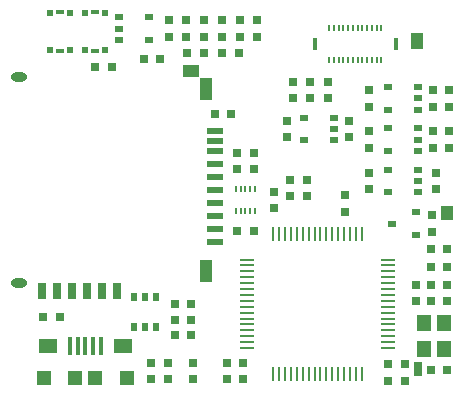
<source format=gtp>
G04 (created by PCBNEW (2013-jul-07)-stable) date su 14. joulukuuta 2014 12.55.15*
%MOIN*%
G04 Gerber Fmt 3.4, Leading zero omitted, Abs format*
%FSLAX34Y34*%
G01*
G70*
G90*
G04 APERTURE LIST*
%ADD10C,0.000787402*%
%ADD11R,0.0306126X0.0268126*%
%ADD12R,0.0268126X0.0306126*%
%ADD13R,0.0149606X0.0622047*%
%ADD14R,0.0464567X0.0464567*%
%ADD15R,0.0622047X0.0464567*%
%ADD16R,0.0292126X0.0192126*%
%ADD17R,0.0209126X0.0228126*%
%ADD18R,0.0268126X0.0149126*%
%ADD19R,0.0504126X0.0110126*%
%ADD20R,0.0110126X0.0504126*%
%ADD21R,0.00807087X0.0228346*%
%ADD22R,0.0192126X0.0292126*%
%ADD23R,0.0464126X0.0543126*%
%ADD24R,0.0583126X0.0189126*%
%ADD25R,0.0583126X0.0228126*%
%ADD26R,0.0307126X0.0583126*%
%ADD27O,0.0543307X0.0307087*%
%ADD28R,0.0385827X0.0779528*%
%ADD29R,0.0582677X0.0385827*%
%ADD30R,0.0425197X0.0503937*%
%ADD31R,0.00984252X0.0204724*%
%ADD32R,0.015748X0.0440945*%
%ADD33R,0.0267717X0.0503937*%
%ADD34R,0.0188976X0.0110236*%
%ADD35R,0.00708661X0.0346457*%
%ADD36R,0.00708661X0.00708661*%
%ADD37R,0.0440945X0.057874*%
G04 APERTURE END LIST*
G54D10*
G54D11*
X81929Y-36102D03*
X81929Y-35550D03*
X80905Y-41259D03*
X80905Y-41811D03*
X86299Y-41850D03*
X86299Y-41298D03*
X84291Y-36220D03*
X84291Y-35668D03*
G54D12*
X87164Y-38661D03*
X87716Y-38661D03*
G54D11*
X85748Y-41850D03*
X85748Y-41298D03*
G54D12*
X81260Y-34803D03*
X80708Y-34803D03*
G54D11*
X87322Y-34920D03*
X87322Y-35472D03*
X87244Y-33542D03*
X87244Y-34094D03*
X87244Y-32164D03*
X87244Y-32716D03*
G54D12*
X80708Y-36850D03*
X81260Y-36850D03*
G54D11*
X85118Y-35472D03*
X85118Y-34920D03*
X85118Y-34094D03*
X85118Y-33542D03*
X85118Y-32716D03*
X85118Y-32164D03*
X79251Y-41811D03*
X79251Y-41259D03*
X80354Y-41259D03*
X80354Y-41811D03*
X82480Y-35709D03*
X82480Y-35157D03*
G54D12*
X87716Y-41496D03*
X87164Y-41496D03*
G54D11*
X78425Y-29842D03*
X78425Y-30394D03*
G54D12*
X87164Y-39212D03*
X87716Y-39212D03*
X76524Y-31385D03*
X75972Y-31385D03*
X74803Y-39724D03*
X74251Y-39724D03*
X79960Y-32952D03*
X80512Y-32952D03*
G54D11*
X79606Y-29842D03*
X79606Y-30394D03*
X80196Y-29842D03*
X80196Y-30394D03*
X80787Y-30394D03*
X80787Y-29842D03*
G54D12*
X77834Y-41811D03*
X78386Y-41811D03*
G54D13*
X76161Y-40688D03*
X75905Y-40688D03*
X75649Y-40688D03*
X75393Y-40688D03*
X75137Y-40688D03*
G54D14*
X75314Y-41751D03*
X75984Y-41751D03*
G54D15*
X74389Y-40688D03*
X76909Y-40688D03*
G54D14*
X74271Y-41751D03*
X77027Y-41751D03*
G54D16*
X85866Y-36614D03*
X86653Y-36988D03*
X86653Y-36240D03*
G54D11*
X87755Y-34094D03*
X87755Y-33542D03*
X87755Y-32716D03*
X87755Y-32164D03*
X87204Y-36890D03*
X87204Y-36338D03*
X86653Y-38661D03*
X86653Y-39213D03*
G54D12*
X78621Y-39311D03*
X79173Y-39311D03*
X78621Y-39822D03*
X79173Y-39822D03*
X79173Y-40334D03*
X78621Y-40334D03*
X79587Y-30944D03*
X79035Y-30944D03*
X80216Y-30944D03*
X80768Y-30944D03*
G54D11*
X81377Y-30394D03*
X81377Y-29842D03*
G54D12*
X80708Y-34251D03*
X81260Y-34251D03*
G54D11*
X83740Y-32441D03*
X83740Y-31889D03*
G54D12*
X78150Y-31141D03*
X77598Y-31141D03*
X87164Y-38070D03*
X87716Y-38070D03*
X87716Y-37480D03*
X87164Y-37480D03*
X77834Y-41259D03*
X78386Y-41259D03*
G54D11*
X79015Y-29842D03*
X79015Y-30394D03*
X82559Y-31889D03*
X82559Y-32441D03*
X83149Y-32441D03*
X83149Y-31889D03*
G54D17*
X74459Y-30836D03*
X75138Y-30836D03*
X74459Y-29596D03*
X75138Y-29596D03*
G54D18*
X74803Y-30875D03*
X74803Y-29557D03*
G54D19*
X85728Y-40177D03*
X85728Y-39980D03*
X85728Y-39783D03*
X85728Y-39586D03*
X85728Y-39389D03*
X85728Y-40767D03*
X85728Y-40571D03*
X85728Y-40374D03*
G54D20*
X84861Y-36948D03*
X84665Y-36948D03*
X84468Y-36948D03*
X84271Y-36948D03*
X84074Y-36948D03*
X83877Y-36948D03*
X83680Y-36948D03*
X83483Y-36948D03*
G54D19*
X81043Y-37815D03*
X81043Y-38011D03*
X81043Y-38208D03*
X81043Y-38405D03*
X81043Y-38602D03*
X81043Y-38799D03*
X81043Y-38996D03*
X81043Y-39193D03*
G54D20*
X81909Y-41634D03*
X82105Y-41634D03*
X82302Y-41634D03*
X82499Y-41634D03*
X82696Y-41634D03*
X82893Y-41634D03*
X83090Y-41634D03*
X83287Y-41634D03*
G54D19*
X85728Y-39193D03*
X85728Y-38996D03*
X85728Y-38799D03*
G54D20*
X83287Y-36948D03*
X83090Y-36948D03*
X82893Y-36948D03*
G54D19*
X81043Y-39389D03*
X81043Y-39586D03*
X81043Y-39783D03*
G54D20*
X83483Y-41634D03*
X83680Y-41634D03*
X83877Y-41634D03*
G54D19*
X85728Y-38602D03*
X85728Y-38405D03*
X85728Y-38208D03*
X85728Y-38011D03*
X85728Y-37815D03*
G54D20*
X82696Y-36948D03*
X82499Y-36948D03*
X82302Y-36948D03*
X82105Y-36948D03*
X81909Y-36948D03*
G54D19*
X81043Y-39980D03*
X81043Y-40177D03*
X81043Y-40374D03*
X81043Y-40571D03*
X81043Y-40767D03*
G54D20*
X84074Y-41634D03*
X84271Y-41634D03*
X84468Y-41634D03*
X84665Y-41634D03*
X84861Y-41634D03*
G54D21*
X81299Y-35472D03*
X81141Y-35472D03*
X80984Y-35472D03*
X80826Y-35472D03*
X80669Y-35472D03*
X80669Y-36181D03*
X80826Y-36181D03*
X80984Y-36181D03*
X81141Y-36181D03*
X81299Y-36181D03*
G54D22*
X78012Y-39066D03*
X77262Y-39066D03*
X77637Y-40066D03*
X77637Y-39066D03*
X77262Y-40066D03*
X78012Y-40066D03*
G54D23*
X87617Y-40787D03*
X87617Y-39921D03*
X86948Y-39921D03*
X86948Y-40787D03*
G54D24*
X79958Y-33521D03*
X79958Y-33856D03*
G54D25*
X79958Y-34190D03*
X79958Y-34623D03*
X79958Y-35056D03*
X79958Y-35490D03*
X79958Y-35923D03*
X79958Y-36356D03*
X79958Y-36789D03*
X79958Y-37222D03*
G54D26*
X76687Y-38876D03*
X76187Y-38876D03*
X74187Y-38876D03*
X75687Y-38876D03*
X75187Y-38876D03*
X74687Y-38876D03*
G54D27*
X73443Y-31731D03*
X73443Y-38581D03*
G54D28*
X79665Y-38188D03*
X79665Y-32125D03*
G54D29*
X79173Y-31535D03*
G54D16*
X86720Y-35571D03*
X86720Y-34821D03*
X85720Y-35571D03*
X86720Y-35196D03*
X85720Y-34821D03*
X86720Y-34193D03*
X86720Y-33443D03*
X85720Y-34193D03*
X86720Y-33818D03*
X85720Y-33443D03*
X86720Y-32815D03*
X86720Y-32065D03*
X85720Y-32815D03*
X86720Y-32440D03*
X85720Y-32065D03*
X76783Y-29743D03*
X76783Y-30493D03*
X77783Y-29743D03*
X76783Y-30118D03*
X77783Y-30493D03*
G54D11*
X84448Y-33188D03*
X84448Y-33740D03*
X82362Y-33740D03*
X82362Y-33188D03*
G54D16*
X83925Y-33839D03*
X83925Y-33089D03*
X82925Y-33839D03*
X83925Y-33464D03*
X82925Y-33089D03*
G54D30*
X87716Y-36279D03*
G54D31*
X83779Y-31177D03*
X83937Y-31177D03*
X84094Y-31177D03*
X84251Y-31177D03*
X84409Y-31177D03*
X84566Y-31177D03*
X84724Y-31177D03*
X84881Y-31177D03*
X85039Y-31177D03*
X85196Y-31177D03*
X85354Y-31177D03*
X85511Y-31177D03*
X85511Y-30082D03*
X85354Y-30082D03*
X85196Y-30082D03*
X85039Y-30082D03*
X84881Y-30082D03*
X84724Y-30082D03*
X84566Y-30082D03*
X84409Y-30082D03*
X84251Y-30082D03*
X84094Y-30082D03*
X83937Y-30082D03*
X83779Y-30082D03*
G54D32*
X86000Y-30629D03*
X83291Y-30629D03*
G54D11*
X83031Y-35709D03*
X83031Y-35157D03*
G54D17*
X76318Y-29596D03*
X75639Y-29596D03*
X76318Y-30836D03*
X75639Y-30836D03*
G54D18*
X75974Y-29557D03*
X75974Y-30875D03*
G54D33*
X86744Y-41464D03*
G54D34*
X86783Y-41661D03*
G54D35*
X86645Y-41543D03*
G54D36*
X86763Y-41523D03*
X86724Y-41405D03*
G54D35*
X86842Y-41385D03*
G54D34*
X86704Y-41267D03*
G54D37*
X86692Y-30521D03*
M02*

</source>
